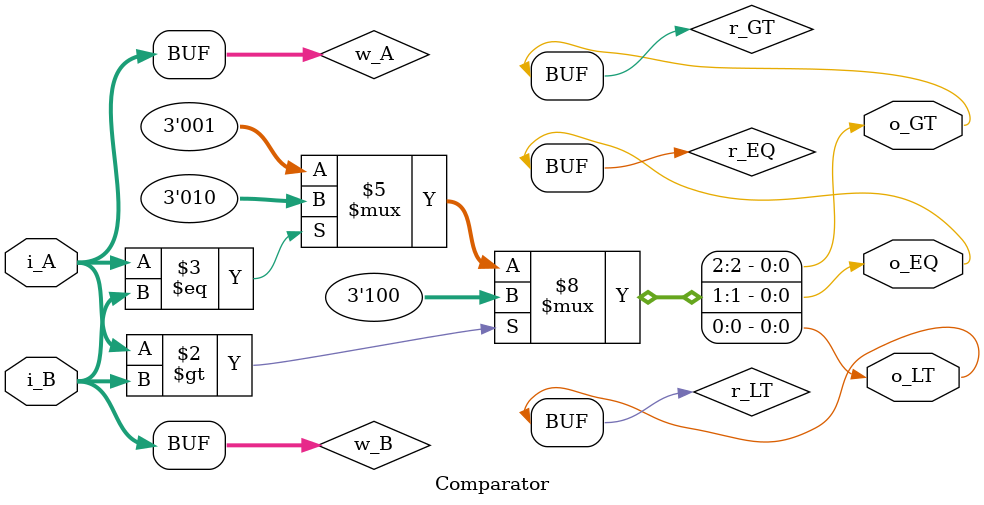
<source format=v>
`timescale 1ns / 1ps


module Comparator(
input [15:0] i_A,
input [15:0] i_B,
output  o_GT,
output  o_EQ,
output  o_LT
    );
    
    wire [15:0] w_A;
    wire [15:0] w_B;
    reg r_GT;
    reg r_EQ;
    reg r_LT;
    assign w_A = i_A;
    assign w_B = i_B;
    assign o_GT = r_GT;
    assign o_EQ = r_EQ;
    assign o_LT = r_LT;
    
always@(w_A,w_B)
begin
    if (w_A > w_B)
        {r_GT,r_EQ,r_LT} <= 3'b100;
    else if(w_A == w_B)
        {r_GT,r_EQ,r_LT} <= 3'b010;
    else
        {r_GT,r_EQ,r_LT} <= 3'b001;
end
 
endmodule

</source>
